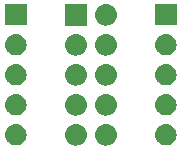
<source format=gbs>
%TF.GenerationSoftware,KiCad,Pcbnew,5.1.4-3.fc31*%
%TF.CreationDate,2019-11-17T16:10:24+01:00*%
%TF.ProjectId,avr-isp-to-pcb-adapter,6176722d-6973-4702-9d74-6f2d7063622d,1.0*%
%TF.SameCoordinates,PX76b1be0PY53920b0*%
%TF.FileFunction,Soldermask,Bot*%
%TF.FilePolarity,Negative*%
%FSLAX46Y46*%
G04 Gerber Fmt 4.6, Leading zero omitted, Abs format (unit mm)*
G04 Created by KiCad (PCBNEW 5.1.4-3.fc31) date 2019-11-17 16:10:24*
%MOMM*%
%LPD*%
G04 APERTURE LIST*
%ADD10C,0.150000*%
G04 APERTURE END LIST*
D10*
G36*
X10339294Y7251367D02*
G01*
X10511695Y7199069D01*
X10670583Y7114142D01*
X10809849Y6999849D01*
X10924142Y6860583D01*
X11009069Y6701695D01*
X11061367Y6529294D01*
X11079025Y6350000D01*
X11061367Y6170706D01*
X11009069Y5998305D01*
X10924142Y5839417D01*
X10809849Y5700151D01*
X10670583Y5585858D01*
X10511695Y5500931D01*
X10339294Y5448633D01*
X10204931Y5435400D01*
X10115069Y5435400D01*
X9980706Y5448633D01*
X9808305Y5500931D01*
X9649417Y5585858D01*
X9510151Y5700151D01*
X9395858Y5839417D01*
X9310931Y5998305D01*
X9258633Y6170706D01*
X9240975Y6350000D01*
X9258633Y6529294D01*
X9310931Y6701695D01*
X9395858Y6860583D01*
X9510151Y6999849D01*
X9649417Y7114142D01*
X9808305Y7199069D01*
X9980706Y7251367D01*
X10115069Y7264600D01*
X10204931Y7264600D01*
X10339294Y7251367D01*
X10339294Y7251367D01*
G37*
G36*
X7799294Y7251367D02*
G01*
X7971695Y7199069D01*
X8130583Y7114142D01*
X8269849Y6999849D01*
X8384142Y6860583D01*
X8469069Y6701695D01*
X8521367Y6529294D01*
X8539025Y6350000D01*
X8521367Y6170706D01*
X8469069Y5998305D01*
X8384142Y5839417D01*
X8269849Y5700151D01*
X8130583Y5585858D01*
X7971695Y5500931D01*
X7799294Y5448633D01*
X7664931Y5435400D01*
X7575069Y5435400D01*
X7440706Y5448633D01*
X7268305Y5500931D01*
X7109417Y5585858D01*
X6970151Y5700151D01*
X6855858Y5839417D01*
X6770931Y5998305D01*
X6718633Y6170706D01*
X6700975Y6350000D01*
X6718633Y6529294D01*
X6770931Y6701695D01*
X6855858Y6860583D01*
X6970151Y6999849D01*
X7109417Y7114142D01*
X7268305Y7199069D01*
X7440706Y7251367D01*
X7575069Y7264600D01*
X7664931Y7264600D01*
X7799294Y7251367D01*
X7799294Y7251367D01*
G37*
G36*
X15350442Y7244482D02*
G01*
X15416627Y7237963D01*
X15586466Y7186443D01*
X15742991Y7102778D01*
X15778729Y7073448D01*
X15880186Y6990186D01*
X15963448Y6888729D01*
X15992778Y6852991D01*
X15992779Y6852989D01*
X16073648Y6701696D01*
X16076443Y6696466D01*
X16127963Y6526627D01*
X16145359Y6350000D01*
X16127963Y6173373D01*
X16076443Y6003534D01*
X16076442Y6003532D01*
X16034611Y5925272D01*
X15992778Y5847009D01*
X15986547Y5839417D01*
X15880186Y5709814D01*
X15778729Y5626552D01*
X15742991Y5597222D01*
X15586466Y5513557D01*
X15416627Y5462037D01*
X15350443Y5455519D01*
X15284260Y5449000D01*
X15195740Y5449000D01*
X15129557Y5455519D01*
X15063373Y5462037D01*
X14893534Y5513557D01*
X14737009Y5597222D01*
X14701271Y5626552D01*
X14599814Y5709814D01*
X14493453Y5839417D01*
X14487222Y5847009D01*
X14445389Y5925272D01*
X14403558Y6003532D01*
X14403557Y6003534D01*
X14352037Y6173373D01*
X14334641Y6350000D01*
X14352037Y6526627D01*
X14403557Y6696466D01*
X14406353Y6701696D01*
X14487221Y6852989D01*
X14487222Y6852991D01*
X14516552Y6888729D01*
X14599814Y6990186D01*
X14701271Y7073448D01*
X14737009Y7102778D01*
X14893534Y7186443D01*
X15063373Y7237963D01*
X15129558Y7244482D01*
X15195740Y7251000D01*
X15284260Y7251000D01*
X15350442Y7244482D01*
X15350442Y7244482D01*
G37*
G36*
X2650442Y7244482D02*
G01*
X2716627Y7237963D01*
X2886466Y7186443D01*
X3042991Y7102778D01*
X3078729Y7073448D01*
X3180186Y6990186D01*
X3263448Y6888729D01*
X3292778Y6852991D01*
X3292779Y6852989D01*
X3373648Y6701696D01*
X3376443Y6696466D01*
X3427963Y6526627D01*
X3445359Y6350000D01*
X3427963Y6173373D01*
X3376443Y6003534D01*
X3376442Y6003532D01*
X3334611Y5925272D01*
X3292778Y5847009D01*
X3286547Y5839417D01*
X3180186Y5709814D01*
X3078729Y5626552D01*
X3042991Y5597222D01*
X2886466Y5513557D01*
X2716627Y5462037D01*
X2650443Y5455519D01*
X2584260Y5449000D01*
X2495740Y5449000D01*
X2429557Y5455519D01*
X2363373Y5462037D01*
X2193534Y5513557D01*
X2037009Y5597222D01*
X2001271Y5626552D01*
X1899814Y5709814D01*
X1793453Y5839417D01*
X1787222Y5847009D01*
X1745389Y5925272D01*
X1703558Y6003532D01*
X1703557Y6003534D01*
X1652037Y6173373D01*
X1634641Y6350000D01*
X1652037Y6526627D01*
X1703557Y6696466D01*
X1706353Y6701696D01*
X1787221Y6852989D01*
X1787222Y6852991D01*
X1816552Y6888729D01*
X1899814Y6990186D01*
X2001271Y7073448D01*
X2037009Y7102778D01*
X2193534Y7186443D01*
X2363373Y7237963D01*
X2429558Y7244482D01*
X2495740Y7251000D01*
X2584260Y7251000D01*
X2650442Y7244482D01*
X2650442Y7244482D01*
G37*
G36*
X7799294Y9791367D02*
G01*
X7971695Y9739069D01*
X8130583Y9654142D01*
X8269849Y9539849D01*
X8384142Y9400583D01*
X8469069Y9241695D01*
X8521367Y9069294D01*
X8539025Y8890000D01*
X8521367Y8710706D01*
X8469069Y8538305D01*
X8384142Y8379417D01*
X8269849Y8240151D01*
X8130583Y8125858D01*
X7971695Y8040931D01*
X7799294Y7988633D01*
X7664931Y7975400D01*
X7575069Y7975400D01*
X7440706Y7988633D01*
X7268305Y8040931D01*
X7109417Y8125858D01*
X6970151Y8240151D01*
X6855858Y8379417D01*
X6770931Y8538305D01*
X6718633Y8710706D01*
X6700975Y8890000D01*
X6718633Y9069294D01*
X6770931Y9241695D01*
X6855858Y9400583D01*
X6970151Y9539849D01*
X7109417Y9654142D01*
X7268305Y9739069D01*
X7440706Y9791367D01*
X7575069Y9804600D01*
X7664931Y9804600D01*
X7799294Y9791367D01*
X7799294Y9791367D01*
G37*
G36*
X10339294Y9791367D02*
G01*
X10511695Y9739069D01*
X10670583Y9654142D01*
X10809849Y9539849D01*
X10924142Y9400583D01*
X11009069Y9241695D01*
X11061367Y9069294D01*
X11079025Y8890000D01*
X11061367Y8710706D01*
X11009069Y8538305D01*
X10924142Y8379417D01*
X10809849Y8240151D01*
X10670583Y8125858D01*
X10511695Y8040931D01*
X10339294Y7988633D01*
X10204931Y7975400D01*
X10115069Y7975400D01*
X9980706Y7988633D01*
X9808305Y8040931D01*
X9649417Y8125858D01*
X9510151Y8240151D01*
X9395858Y8379417D01*
X9310931Y8538305D01*
X9258633Y8710706D01*
X9240975Y8890000D01*
X9258633Y9069294D01*
X9310931Y9241695D01*
X9395858Y9400583D01*
X9510151Y9539849D01*
X9649417Y9654142D01*
X9808305Y9739069D01*
X9980706Y9791367D01*
X10115069Y9804600D01*
X10204931Y9804600D01*
X10339294Y9791367D01*
X10339294Y9791367D01*
G37*
G36*
X2650443Y9784481D02*
G01*
X2716627Y9777963D01*
X2886466Y9726443D01*
X3042991Y9642778D01*
X3078729Y9613448D01*
X3180186Y9530186D01*
X3263448Y9428729D01*
X3292778Y9392991D01*
X3292779Y9392989D01*
X3373648Y9241696D01*
X3376443Y9236466D01*
X3427963Y9066627D01*
X3445359Y8890000D01*
X3427963Y8713373D01*
X3376443Y8543534D01*
X3376442Y8543532D01*
X3334610Y8465271D01*
X3292778Y8387009D01*
X3286547Y8379417D01*
X3180186Y8249814D01*
X3078729Y8166552D01*
X3042991Y8137222D01*
X2886466Y8053557D01*
X2716627Y8002037D01*
X2650442Y7995518D01*
X2584260Y7989000D01*
X2495740Y7989000D01*
X2429558Y7995518D01*
X2363373Y8002037D01*
X2193534Y8053557D01*
X2037009Y8137222D01*
X2001271Y8166552D01*
X1899814Y8249814D01*
X1793453Y8379417D01*
X1787222Y8387009D01*
X1745390Y8465271D01*
X1703558Y8543532D01*
X1703557Y8543534D01*
X1652037Y8713373D01*
X1634641Y8890000D01*
X1652037Y9066627D01*
X1703557Y9236466D01*
X1706353Y9241696D01*
X1787221Y9392989D01*
X1787222Y9392991D01*
X1816552Y9428729D01*
X1899814Y9530186D01*
X2001271Y9613448D01*
X2037009Y9642778D01*
X2193534Y9726443D01*
X2363373Y9777963D01*
X2429557Y9784481D01*
X2495740Y9791000D01*
X2584260Y9791000D01*
X2650443Y9784481D01*
X2650443Y9784481D01*
G37*
G36*
X15350443Y9784481D02*
G01*
X15416627Y9777963D01*
X15586466Y9726443D01*
X15742991Y9642778D01*
X15778729Y9613448D01*
X15880186Y9530186D01*
X15963448Y9428729D01*
X15992778Y9392991D01*
X15992779Y9392989D01*
X16073648Y9241696D01*
X16076443Y9236466D01*
X16127963Y9066627D01*
X16145359Y8890000D01*
X16127963Y8713373D01*
X16076443Y8543534D01*
X16076442Y8543532D01*
X16034610Y8465271D01*
X15992778Y8387009D01*
X15986547Y8379417D01*
X15880186Y8249814D01*
X15778729Y8166552D01*
X15742991Y8137222D01*
X15586466Y8053557D01*
X15416627Y8002037D01*
X15350442Y7995518D01*
X15284260Y7989000D01*
X15195740Y7989000D01*
X15129558Y7995518D01*
X15063373Y8002037D01*
X14893534Y8053557D01*
X14737009Y8137222D01*
X14701271Y8166552D01*
X14599814Y8249814D01*
X14493453Y8379417D01*
X14487222Y8387009D01*
X14445390Y8465271D01*
X14403558Y8543532D01*
X14403557Y8543534D01*
X14352037Y8713373D01*
X14334641Y8890000D01*
X14352037Y9066627D01*
X14403557Y9236466D01*
X14406353Y9241696D01*
X14487221Y9392989D01*
X14487222Y9392991D01*
X14516552Y9428729D01*
X14599814Y9530186D01*
X14701271Y9613448D01*
X14737009Y9642778D01*
X14893534Y9726443D01*
X15063373Y9777963D01*
X15129557Y9784481D01*
X15195740Y9791000D01*
X15284260Y9791000D01*
X15350443Y9784481D01*
X15350443Y9784481D01*
G37*
G36*
X7799294Y12331367D02*
G01*
X7971695Y12279069D01*
X8130583Y12194142D01*
X8269849Y12079849D01*
X8384142Y11940583D01*
X8469069Y11781695D01*
X8521367Y11609294D01*
X8539025Y11430000D01*
X8521367Y11250706D01*
X8469069Y11078305D01*
X8384142Y10919417D01*
X8269849Y10780151D01*
X8130583Y10665858D01*
X7971695Y10580931D01*
X7799294Y10528633D01*
X7664931Y10515400D01*
X7575069Y10515400D01*
X7440706Y10528633D01*
X7268305Y10580931D01*
X7109417Y10665858D01*
X6970151Y10780151D01*
X6855858Y10919417D01*
X6770931Y11078305D01*
X6718633Y11250706D01*
X6700975Y11430000D01*
X6718633Y11609294D01*
X6770931Y11781695D01*
X6855858Y11940583D01*
X6970151Y12079849D01*
X7109417Y12194142D01*
X7268305Y12279069D01*
X7440706Y12331367D01*
X7575069Y12344600D01*
X7664931Y12344600D01*
X7799294Y12331367D01*
X7799294Y12331367D01*
G37*
G36*
X10339294Y12331367D02*
G01*
X10511695Y12279069D01*
X10670583Y12194142D01*
X10809849Y12079849D01*
X10924142Y11940583D01*
X11009069Y11781695D01*
X11061367Y11609294D01*
X11079025Y11430000D01*
X11061367Y11250706D01*
X11009069Y11078305D01*
X10924142Y10919417D01*
X10809849Y10780151D01*
X10670583Y10665858D01*
X10511695Y10580931D01*
X10339294Y10528633D01*
X10204931Y10515400D01*
X10115069Y10515400D01*
X9980706Y10528633D01*
X9808305Y10580931D01*
X9649417Y10665858D01*
X9510151Y10780151D01*
X9395858Y10919417D01*
X9310931Y11078305D01*
X9258633Y11250706D01*
X9240975Y11430000D01*
X9258633Y11609294D01*
X9310931Y11781695D01*
X9395858Y11940583D01*
X9510151Y12079849D01*
X9649417Y12194142D01*
X9808305Y12279069D01*
X9980706Y12331367D01*
X10115069Y12344600D01*
X10204931Y12344600D01*
X10339294Y12331367D01*
X10339294Y12331367D01*
G37*
G36*
X2650442Y12324482D02*
G01*
X2716627Y12317963D01*
X2886466Y12266443D01*
X3042991Y12182778D01*
X3078729Y12153448D01*
X3180186Y12070186D01*
X3263448Y11968729D01*
X3292778Y11932991D01*
X3292779Y11932989D01*
X3373648Y11781696D01*
X3376443Y11776466D01*
X3427963Y11606627D01*
X3445359Y11430000D01*
X3427963Y11253373D01*
X3376443Y11083534D01*
X3376442Y11083532D01*
X3334610Y11005271D01*
X3292778Y10927009D01*
X3286547Y10919417D01*
X3180186Y10789814D01*
X3078729Y10706552D01*
X3042991Y10677222D01*
X2886466Y10593557D01*
X2716627Y10542037D01*
X2650442Y10535518D01*
X2584260Y10529000D01*
X2495740Y10529000D01*
X2429558Y10535518D01*
X2363373Y10542037D01*
X2193534Y10593557D01*
X2037009Y10677222D01*
X2001271Y10706552D01*
X1899814Y10789814D01*
X1793453Y10919417D01*
X1787222Y10927009D01*
X1745390Y11005271D01*
X1703558Y11083532D01*
X1703557Y11083534D01*
X1652037Y11253373D01*
X1634641Y11430000D01*
X1652037Y11606627D01*
X1703557Y11776466D01*
X1706353Y11781696D01*
X1787221Y11932989D01*
X1787222Y11932991D01*
X1816552Y11968729D01*
X1899814Y12070186D01*
X2001271Y12153448D01*
X2037009Y12182778D01*
X2193534Y12266443D01*
X2363373Y12317963D01*
X2429558Y12324482D01*
X2495740Y12331000D01*
X2584260Y12331000D01*
X2650442Y12324482D01*
X2650442Y12324482D01*
G37*
G36*
X15350442Y12324482D02*
G01*
X15416627Y12317963D01*
X15586466Y12266443D01*
X15742991Y12182778D01*
X15778729Y12153448D01*
X15880186Y12070186D01*
X15963448Y11968729D01*
X15992778Y11932991D01*
X15992779Y11932989D01*
X16073648Y11781696D01*
X16076443Y11776466D01*
X16127963Y11606627D01*
X16145359Y11430000D01*
X16127963Y11253373D01*
X16076443Y11083534D01*
X16076442Y11083532D01*
X16034610Y11005271D01*
X15992778Y10927009D01*
X15986547Y10919417D01*
X15880186Y10789814D01*
X15778729Y10706552D01*
X15742991Y10677222D01*
X15586466Y10593557D01*
X15416627Y10542037D01*
X15350442Y10535518D01*
X15284260Y10529000D01*
X15195740Y10529000D01*
X15129558Y10535518D01*
X15063373Y10542037D01*
X14893534Y10593557D01*
X14737009Y10677222D01*
X14701271Y10706552D01*
X14599814Y10789814D01*
X14493453Y10919417D01*
X14487222Y10927009D01*
X14445390Y11005271D01*
X14403558Y11083532D01*
X14403557Y11083534D01*
X14352037Y11253373D01*
X14334641Y11430000D01*
X14352037Y11606627D01*
X14403557Y11776466D01*
X14406353Y11781696D01*
X14487221Y11932989D01*
X14487222Y11932991D01*
X14516552Y11968729D01*
X14599814Y12070186D01*
X14701271Y12153448D01*
X14737009Y12182778D01*
X14893534Y12266443D01*
X15063373Y12317963D01*
X15129558Y12324482D01*
X15195740Y12331000D01*
X15284260Y12331000D01*
X15350442Y12324482D01*
X15350442Y12324482D01*
G37*
G36*
X7799294Y14871367D02*
G01*
X7971695Y14819069D01*
X8130583Y14734142D01*
X8269849Y14619849D01*
X8384142Y14480583D01*
X8469069Y14321695D01*
X8521367Y14149294D01*
X8539025Y13970000D01*
X8521367Y13790706D01*
X8469069Y13618305D01*
X8384142Y13459417D01*
X8269849Y13320151D01*
X8130583Y13205858D01*
X7971695Y13120931D01*
X7799294Y13068633D01*
X7664931Y13055400D01*
X7575069Y13055400D01*
X7440706Y13068633D01*
X7268305Y13120931D01*
X7109417Y13205858D01*
X6970151Y13320151D01*
X6855858Y13459417D01*
X6770931Y13618305D01*
X6718633Y13790706D01*
X6700975Y13970000D01*
X6718633Y14149294D01*
X6770931Y14321695D01*
X6855858Y14480583D01*
X6970151Y14619849D01*
X7109417Y14734142D01*
X7268305Y14819069D01*
X7440706Y14871367D01*
X7575069Y14884600D01*
X7664931Y14884600D01*
X7799294Y14871367D01*
X7799294Y14871367D01*
G37*
G36*
X10339294Y14871367D02*
G01*
X10511695Y14819069D01*
X10670583Y14734142D01*
X10809849Y14619849D01*
X10924142Y14480583D01*
X11009069Y14321695D01*
X11061367Y14149294D01*
X11079025Y13970000D01*
X11061367Y13790706D01*
X11009069Y13618305D01*
X10924142Y13459417D01*
X10809849Y13320151D01*
X10670583Y13205858D01*
X10511695Y13120931D01*
X10339294Y13068633D01*
X10204931Y13055400D01*
X10115069Y13055400D01*
X9980706Y13068633D01*
X9808305Y13120931D01*
X9649417Y13205858D01*
X9510151Y13320151D01*
X9395858Y13459417D01*
X9310931Y13618305D01*
X9258633Y13790706D01*
X9240975Y13970000D01*
X9258633Y14149294D01*
X9310931Y14321695D01*
X9395858Y14480583D01*
X9510151Y14619849D01*
X9649417Y14734142D01*
X9808305Y14819069D01*
X9980706Y14871367D01*
X10115069Y14884600D01*
X10204931Y14884600D01*
X10339294Y14871367D01*
X10339294Y14871367D01*
G37*
G36*
X15350442Y14864482D02*
G01*
X15416627Y14857963D01*
X15586466Y14806443D01*
X15742991Y14722778D01*
X15778729Y14693448D01*
X15880186Y14610186D01*
X15963448Y14508729D01*
X15992778Y14472991D01*
X15992779Y14472989D01*
X16073648Y14321696D01*
X16076443Y14316466D01*
X16127963Y14146627D01*
X16145359Y13970000D01*
X16127963Y13793373D01*
X16076443Y13623534D01*
X16076442Y13623532D01*
X16034610Y13545271D01*
X15992778Y13467009D01*
X15986547Y13459417D01*
X15880186Y13329814D01*
X15778729Y13246552D01*
X15742991Y13217222D01*
X15586466Y13133557D01*
X15416627Y13082037D01*
X15350442Y13075518D01*
X15284260Y13069000D01*
X15195740Y13069000D01*
X15129558Y13075518D01*
X15063373Y13082037D01*
X14893534Y13133557D01*
X14737009Y13217222D01*
X14701271Y13246552D01*
X14599814Y13329814D01*
X14493453Y13459417D01*
X14487222Y13467009D01*
X14445390Y13545271D01*
X14403558Y13623532D01*
X14403557Y13623534D01*
X14352037Y13793373D01*
X14334641Y13970000D01*
X14352037Y14146627D01*
X14403557Y14316466D01*
X14406353Y14321696D01*
X14487221Y14472989D01*
X14487222Y14472991D01*
X14516552Y14508729D01*
X14599814Y14610186D01*
X14701271Y14693448D01*
X14737009Y14722778D01*
X14893534Y14806443D01*
X15063373Y14857963D01*
X15129558Y14864482D01*
X15195740Y14871000D01*
X15284260Y14871000D01*
X15350442Y14864482D01*
X15350442Y14864482D01*
G37*
G36*
X2650442Y14864482D02*
G01*
X2716627Y14857963D01*
X2886466Y14806443D01*
X3042991Y14722778D01*
X3078729Y14693448D01*
X3180186Y14610186D01*
X3263448Y14508729D01*
X3292778Y14472991D01*
X3292779Y14472989D01*
X3373648Y14321696D01*
X3376443Y14316466D01*
X3427963Y14146627D01*
X3445359Y13970000D01*
X3427963Y13793373D01*
X3376443Y13623534D01*
X3376442Y13623532D01*
X3334610Y13545271D01*
X3292778Y13467009D01*
X3286547Y13459417D01*
X3180186Y13329814D01*
X3078729Y13246552D01*
X3042991Y13217222D01*
X2886466Y13133557D01*
X2716627Y13082037D01*
X2650442Y13075518D01*
X2584260Y13069000D01*
X2495740Y13069000D01*
X2429558Y13075518D01*
X2363373Y13082037D01*
X2193534Y13133557D01*
X2037009Y13217222D01*
X2001271Y13246552D01*
X1899814Y13329814D01*
X1793453Y13459417D01*
X1787222Y13467009D01*
X1745390Y13545271D01*
X1703558Y13623532D01*
X1703557Y13623534D01*
X1652037Y13793373D01*
X1634641Y13970000D01*
X1652037Y14146627D01*
X1703557Y14316466D01*
X1706353Y14321696D01*
X1787221Y14472989D01*
X1787222Y14472991D01*
X1816552Y14508729D01*
X1899814Y14610186D01*
X2001271Y14693448D01*
X2037009Y14722778D01*
X2193534Y14806443D01*
X2363373Y14857963D01*
X2429558Y14864482D01*
X2495740Y14871000D01*
X2584260Y14871000D01*
X2650442Y14864482D01*
X2650442Y14864482D01*
G37*
G36*
X8534600Y15595400D02*
G01*
X6705400Y15595400D01*
X6705400Y17424600D01*
X8534600Y17424600D01*
X8534600Y15595400D01*
X8534600Y15595400D01*
G37*
G36*
X10339294Y17411367D02*
G01*
X10511695Y17359069D01*
X10670583Y17274142D01*
X10809849Y17159849D01*
X10924142Y17020583D01*
X11009069Y16861695D01*
X11061367Y16689294D01*
X11079025Y16510000D01*
X11061367Y16330706D01*
X11009069Y16158305D01*
X10924142Y15999417D01*
X10809849Y15860151D01*
X10670583Y15745858D01*
X10511695Y15660931D01*
X10339294Y15608633D01*
X10204931Y15595400D01*
X10115069Y15595400D01*
X9980706Y15608633D01*
X9808305Y15660931D01*
X9649417Y15745858D01*
X9510151Y15860151D01*
X9395858Y15999417D01*
X9310931Y16158305D01*
X9258633Y16330706D01*
X9240975Y16510000D01*
X9258633Y16689294D01*
X9310931Y16861695D01*
X9395858Y17020583D01*
X9510151Y17159849D01*
X9649417Y17274142D01*
X9808305Y17359069D01*
X9980706Y17411367D01*
X10115069Y17424600D01*
X10204931Y17424600D01*
X10339294Y17411367D01*
X10339294Y17411367D01*
G37*
G36*
X3441000Y15609000D02*
G01*
X1639000Y15609000D01*
X1639000Y17411000D01*
X3441000Y17411000D01*
X3441000Y15609000D01*
X3441000Y15609000D01*
G37*
G36*
X16141000Y15609000D02*
G01*
X14339000Y15609000D01*
X14339000Y17411000D01*
X16141000Y17411000D01*
X16141000Y15609000D01*
X16141000Y15609000D01*
G37*
M02*

</source>
